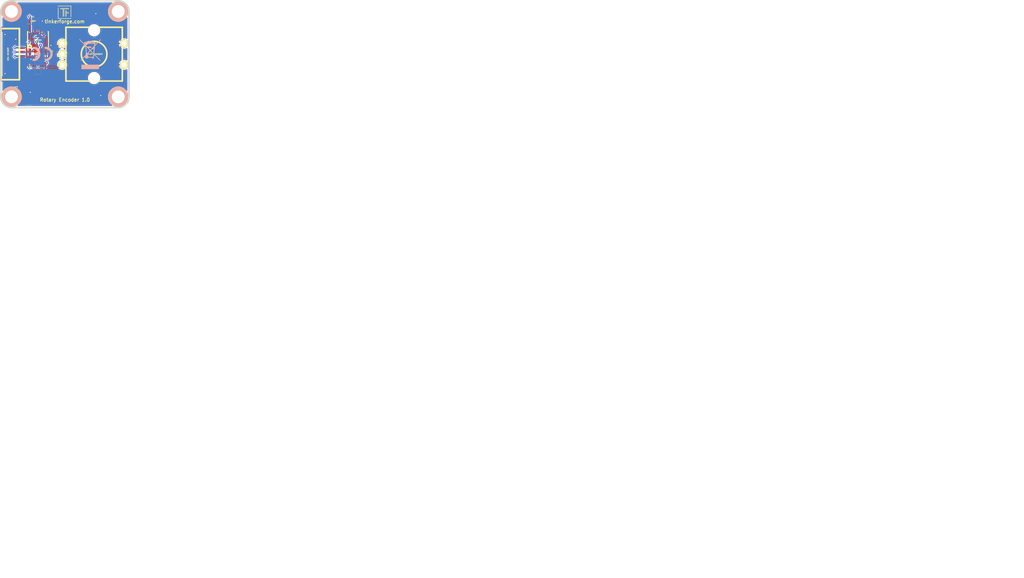
<source format=kicad_pcb>
(kicad_pcb (version 3) (host pcbnew "(2013-05-18 BZR 4017)-stable")
  (title_block (title "Rotary Encoder Bricklet") (rev 1.0) (company "Tinkerforge GmbH") (comment 1 "Licensed under CERN OHL v.1.1") (comment 2 "Copyright (©) 2013, B.Nordmeyer <bastian@tinkerforge.com>"))
  (layers (15 Vorderseite signal) (0 Rückseite signal) (18 B.Paste user) (19 F.Paste user) (20 B.SilkS user) (21 F.SilkS user) (22 B.Mask user) (23 F.Mask user) (28 Edge.Cuts user))
  (net 0 "")
  (net 1 GND)
  (net 2 N-0000011)
  (net 3 N-0000012)
  (net 4 N-000002)
  (net 5 N-000005)
  (net 6 N-000006)
  (net 7 N-000007)
  (net 8 VCC)
  (module SOIC8 (layer Vorderseite) (at 51.6 39)
    (fp_text reference U1 (at 3.29946 2.60096) (layer F.SilkS) (effects (font (size 0.29972 0.29972) (thickness 0.0762))))
    (fp_text value M24C64 (at 0 0) (layer F.SilkS) (effects (font (size 0.29972 0.29972) (thickness 0.0762))))
    (pad 1 smd rect (at -1.90246 2.69748 180) (size 0.59944 1.5494) (layers Vorderseite F.Paste F.Mask) (net 1 GND))
    (pad 2 smd rect (at -0.63246 2.69748 180) (size 0.59944 1.5494) (layers Vorderseite F.Paste F.Mask) (net 1 GND))
    (pad 3 smd rect (at 0.63246 2.69748 180) (size 0.59944 1.5494) (layers Vorderseite F.Paste F.Mask) (net 4 N-000002))
    (pad 4 smd rect (at 1.90246 2.69748 180) (size 0.59944 1.5494) (layers Vorderseite F.Paste F.Mask) (net 1 GND))
    (pad 5 smd rect (at 1.90246 -2.69748) (size 0.59944 1.5494) (layers Vorderseite F.Paste F.Mask) (net 3 N-0000012))
    (pad 6 smd rect (at 0.63246 -2.69748) (size 0.59944 1.5494) (layers Vorderseite F.Paste F.Mask) (net 2 N-0000011))
    (pad 7 smd rect (at -0.63246 -2.69748) (size 0.59944 1.5494) (layers Vorderseite F.Paste F.Mask))
    (pad 8 smd rect (at -1.90246 -2.69748) (size 0.59944 1.5494) (layers Vorderseite F.Paste F.Mask) (net 8 VCC))
  )
  (module DRILL_NP (layer Vorderseite) (at 70.4 32.3)
    (fp_text reference U3 hide)
    (fp_text value DRILL hide)
    (pad "" thru_hole circle (at 0 0) (size 2.99974 2.99974) (drill 2.99974) (layers *.Cu *.SilkS *.Mask) (clearance 0.89916))
  )
  (module DRILL_NP (layer Vorderseite) (at 45.4 52.3)
    (fp_text reference U4 hide)
    (fp_text value DRILL hide)
    (pad "" thru_hole circle (at 0 0) (size 2.99974 2.99974) (drill 2.99974) (layers *.Cu *.SilkS *.Mask) (clearance 0.89916))
  )
  (module DRILL_NP (layer Vorderseite) (at 45.4 32.3)
    (fp_text reference U6 hide)
    (fp_text value DRILL hide)
    (pad "" thru_hole circle (at 0 0) (size 2.99974 2.99974) (drill 2.99974) (layers *.Cu *.SilkS *.Mask) (clearance 0.89916))
  )
  (module CON-SENSOR (layer Vorderseite) (at 43 42.3 270)
    (fp_text reference P1 (at 7.9502 -3.50012 270) (layer F.SilkS) (effects (font (size 0.59944 0.59944) (thickness 0.12446))))
    (fp_text value CON-SENSOR (at 0 -1.6002 270) (layer F.SilkS) (effects (font (size 0.29972 0.29972) (thickness 0.07112))))
    (pad 1 smd rect (at -4.50088 -4.7752 270) (size 0.59944 1.5494) (layers Vorderseite F.Paste F.Mask))
    (pad 2 smd rect (at -3.50012 -4.7752 270) (size 0.59944 1.5494) (layers Vorderseite F.Paste F.Mask) (net 1 GND))
    (pad 3 smd rect (at -2.49936 -4.7752 270) (size 0.59944 1.5494) (layers Vorderseite F.Paste F.Mask) (net 8 VCC))
    (pad 4 smd rect (at -1.50114 -4.7752 270) (size 0.59944 1.5494) (layers Vorderseite F.Paste F.Mask) (net 2 N-0000011))
    (pad 5 smd rect (at -0.50038 -4.7752 270) (size 0.59944 1.5494) (layers Vorderseite F.Paste F.Mask) (net 3 N-0000012))
    (pad 6 smd rect (at 0.50038 -4.7752 270) (size 0.59944 1.5494) (layers Vorderseite F.Paste F.Mask) (net 4 N-000002))
    (pad 7 smd rect (at 1.50114 -4.7752 270) (size 0.59944 1.5494) (layers Vorderseite F.Paste F.Mask) (net 7 N-000007))
    (pad 8 smd rect (at 2.49936 -4.7752 270) (size 0.59944 1.5494) (layers Vorderseite F.Paste F.Mask) (net 6 N-000006))
    (pad 9 smd rect (at 3.50012 -4.7752 270) (size 0.59944 1.5494) (layers Vorderseite F.Paste F.Mask) (net 5 N-000005))
    (pad 10 smd rect (at 4.50088 -4.7752 270) (size 0.59944 1.5494) (layers Vorderseite F.Paste F.Mask))
    (pad EP smd rect (at -5.79882 -0.89916 270) (size 1.19888 1.80086) (layers Vorderseite F.Paste F.Mask) (net 1 GND))
    (pad EP smd rect (at 5.79882 -0.89916 270) (size 1.19888 1.80086) (layers Vorderseite F.Paste F.Mask) (net 1 GND))
  )
  (module 0603 (layer Vorderseite) (at 50.5 34.55)
    (fp_text reference C1 (at 0 -1.00076) (layer F.SilkS) (effects (font (size 0.29972 0.29972) (thickness 0.0762))))
    (fp_text value 100nF (at 0 0) (layer F.SilkS) (effects (font (size 0.29972 0.29972) (thickness 0.0762))))
    (pad 1 smd rect (at -0.8001 0) (size 0.8001 0.8001) (layers Vorderseite F.Paste F.Mask) (net 8 VCC))
    (pad 2 smd rect (at 0.8001 0) (size 0.8001 0.8001) (layers Vorderseite F.Paste F.Mask) (net 1 GND))
  )
  (module DRILL_NP (layer Vorderseite) (at 70.4 52.3)
    (fp_text reference U5 hide)
    (fp_text value DRILL hide)
    (pad "" thru_hole circle (at 0 0) (size 2.99974 2.99974) (drill 2.99974) (layers *.Cu *.SilkS *.Mask) (clearance 0.89916))
  )
  (module 4X0603 (layer Vorderseite) (at 51.6 45.4 90)
    (fp_text reference RP1 (at 0 -1.6002 90) (layer F.SilkS) (effects (font (size 0.29972 0.29972) (thickness 0.0762))))
    (fp_text value 10k (at 0 0 90) (layer F.SilkS) (effects (font (size 0.29972 0.29972) (thickness 0.0762))))
    (pad 1 smd rect (at -1.19888 -0.8509 90) (size 0.44958 0.89916) (layers Vorderseite F.Paste F.Mask) (net 5 N-000005))
    (pad 2 smd rect (at -0.39878 -0.8509 90) (size 0.44958 0.89916) (layers Vorderseite F.Paste F.Mask))
    (pad 3 smd rect (at 0.39878 -0.8509 90) (size 0.44958 0.89916) (layers Vorderseite F.Paste F.Mask) (net 6 N-000006))
    (pad 4 smd rect (at 1.19888 -0.8509 90) (size 0.44958 0.89916) (layers Vorderseite F.Paste F.Mask) (net 7 N-000007))
    (pad 5 smd rect (at 1.19888 0.8509 90) (size 0.44958 0.89916) (layers Vorderseite F.Paste F.Mask) (net 8 VCC))
    (pad 6 smd rect (at 0.39878 0.8509 90) (size 0.44958 0.89916) (layers Vorderseite F.Paste F.Mask) (net 8 VCC))
    (pad 7 smd rect (at -0.39878 0.8509 90) (size 0.44958 0.89916) (layers Vorderseite F.Paste F.Mask) (net 8 VCC))
    (pad 8 smd rect (at -1.19888 0.8509 90) (size 0.44958 0.89916) (layers Vorderseite F.Paste F.Mask) (net 8 VCC))
  )
  (module Logo_31x31 (layer Vorderseite) (at 56.25 30.9)
    (fp_text reference G*** hide)
    (fp_text value Logo_31x31 hide)
  )
  (module Fiducial_Mark (layer Vorderseite) (at 49.4 53.3)
    (fp_text reference Fiducial_Mark hide)
    (fp_text value VAL** hide)
    (pad 1 smd circle (at 0 0) (size 1.00076 1.00076) (layers Vorderseite F.Mask) (clearance 0.65024))
  )
  (module Fiducial_Mark (layer Vorderseite) (at 66.4 31.3)
    (fp_text reference Fiducial_Mark hide)
    (fp_text value VAL** hide)
    (pad 1 smd circle (at 0 0) (size 1.00076 1.00076) (layers Vorderseite F.Mask) (clearance 0.65024))
  )
  (module WEEE_7mm (layer Rückseite) (at 63.8 42.3)
    (fp_text reference VAL hide)
    (fp_text value WEEE_7mm hide)
  )
  (module CE_5mm (layer Rückseite) (at 52.65 42.25 180)
    (fp_text reference VAL hide)
    (fp_text value CE_5mm hide)
  )
  (module ROTARY_ENCODER (layer Vorderseite) (at 64.75 42.3 180)
    (fp_text reference U2 (at 0.15 1.35 180) (layer F.SilkS) (effects (font (size 0.3 0.3) (thickness 0.075))))
    (fp_text value ROTARY_ENCODER (at 0 0 180) (layer F.SilkS) (effects (font (size 0.3 0.3) (thickness 0.075))))
    (pad A thru_hole circle (at 7.5 2.5 180) (size 2 2) (drill 1.1) (layers *.Cu *.Mask F.SilkS) (net 7 N-000007))
    (pad C thru_hole circle (at 7.5 0 180) (size 2 2) (drill 1.1) (layers *.Cu *.Mask F.SilkS) (net 1 GND))
    (pad B thru_hole circle (at 7.5 -2.5 180) (size 2 2) (drill 1.1) (layers *.Cu *.Mask F.SilkS) (net 6 N-000006))
    (pad SW1 thru_hole circle (at -7 -2.5 180) (size 2 2) (drill 1.1) (layers *.Cu *.Mask F.SilkS) (net 5 N-000005))
    (pad SW2 thru_hole circle (at -7 2.5 180) (size 2 2) (drill 1.1) (layers *.Cu *.Mask F.SilkS) (net 1 GND))
    (pad "" np_thru_hole circle (at 0 5.6 180) (size 2.5 2.5) (drill 2.5) (layers *.Cu *.Mask F.SilkS))
    (pad "" np_thru_hole circle (at 0 -5.6 180) (size 2.5 2.5) (drill 2.5) (layers *.Cu *.Mask F.SilkS))
  )
  (gr_line (start 70.45 54.8) (end 45.4 54.8) (angle 90) (layer Edge.Cuts) (width 0.381))
  (gr_arc (start 70.4 52.3) (end 72.9 52.25) (angle 90) (layer Edge.Cuts) (width 0.381))
  (gr_line (start 70.4 29.8) (end 45.4 29.8) (angle 90) (layer Edge.Cuts) (width 0.381))
  (gr_arc (start 70.4 32.3) (end 70.4 29.8) (angle 90) (layer Edge.Cuts) (width 0.381))
  (gr_text "Rotary Encoder 1.0" (at 57.9 53) (layer F.SilkS) (effects (font (size 0.8 0.8))))
  (gr_text tinkerforge.com (at 57.85 34.65) (layer F.SilkS) (effects (font (size 0.8 0.8))))
  (gr_line (start 72.9 52.25) (end 72.9 32.25) (angle 90) (layer Edge.Cuts) (width 0.381))
  (gr_line (start 42.9 32.3) (end 42.9 52.3) (angle 90) (layer Edge.Cuts) (width 0.381))
  (gr_arc (start 45.4 32.3) (end 42.9 32.3) (angle 90) (layer Edge.Cuts) (width 0.381))
  (gr_arc (start 45.4 52.3) (end 45.4 54.8) (angle 90) (layer Edge.Cuts) (width 0.381))
  (segment (start 52.6 34.55) (end 54.35 32.8) (width 0.29972) (layer Vorderseite) (net 1))
  (via (at 65.15 32.8) (size 0.70104) (layers Vorderseite Rückseite) (net 1))
  (segment (start 54.35 32.8) (end 65.15 32.8) (width 0.29972) (layer Vorderseite) (net 1))
  (segment (start 57.25 42.3) (end 58.3 42.3) (width 0.29972) (layer Rückseite) (net 1))
  (via (at 49.8 51.25) (size 0.70104) (layers Vorderseite Rückseite) (net 1))
  (segment (start 65.55 51.25) (end 49.8 51.25) (width 0.29972) (layer Vorderseite) (net 1))
  (segment (start 66.3 52) (end 65.55 51.25) (width 0.29972) (layer Vorderseite) (net 1))
  (via (at 66.3 52) (size 0.70104) (layers Vorderseite Rückseite) (net 1))
  (segment (start 61.8 47.5) (end 66.3 52) (width 0.29972) (layer Rückseite) (net 1))
  (segment (start 61.8 45.8) (end 61.8 47.5) (width 0.29972) (layer Rückseite) (net 1))
  (segment (start 58.3 42.3) (end 61.8 45.8) (width 0.29972) (layer Rückseite) (net 1))
  (segment (start 49.69754 41.69748) (end 49.69754 43.24754) (width 0.29972) (layer Vorderseite) (net 1))
  (segment (start 49.69754 43.24754) (end 49.95 43.5) (width 0.29972) (layer Vorderseite) (net 1))
  (segment (start 50.96754 41.69748) (end 50.96754 42.48246) (width 0.29972) (layer Vorderseite) (net 1))
  (via (at 43.9 46.85) (size 0.70104) (layers Vorderseite Rückseite) (net 1))
  (segment (start 46.6 46.85) (end 43.9 46.85) (width 0.29972) (layer Rückseite) (net 1))
  (segment (start 49.95 43.5) (end 46.6 46.85) (width 0.29972) (layer Rückseite) (net 1))
  (via (at 49.95 43.5) (size 0.70104) (layers Vorderseite Rückseite) (net 1))
  (segment (start 50.96754 42.48246) (end 49.95 43.5) (width 0.29972) (layer Vorderseite) (net 1))
  (segment (start 52.6 34.55) (end 52.6 34.3) (width 0.29972) (layer Rückseite) (net 1))
  (segment (start 46.4 35.35) (end 46.4 38.8) (width 0.29972) (layer Rückseite) (net 1))
  (segment (start 49.2 32.55) (end 46.4 35.35) (width 0.29972) (layer Rückseite) (net 1))
  (segment (start 50.85 32.55) (end 49.2 32.55) (width 0.29972) (layer Rückseite) (net 1))
  (segment (start 52.6 34.3) (end 50.85 32.55) (width 0.29972) (layer Rückseite) (net 1))
  (segment (start 54.6 40.25) (end 54.6 36.55) (width 0.29972) (layer Rückseite) (net 1))
  (segment (start 52.6 34.55) (end 51.3001 34.55) (width 0.29972) (layer Vorderseite) (net 1))
  (via (at 52.6 34.55) (size 0.70104) (layers Vorderseite Rückseite) (net 1))
  (segment (start 54.6 36.55) (end 52.6 34.55) (width 0.29972) (layer Rückseite) (net 1))
  (segment (start 53.50246 41.69748) (end 53.50246 41.34754) (width 0.29972) (layer Vorderseite) (net 1))
  (segment (start 56.65 42.3) (end 57.25 42.3) (width 0.29972) (layer Rückseite) (net 1))
  (segment (start 54.6 40.25) (end 56.65 42.3) (width 0.29972) (layer Rückseite) (net 1))
  (via (at 54.6 40.25) (size 0.70104) (layers Vorderseite Rückseite) (net 1))
  (segment (start 53.50246 41.34754) (end 54.6 40.25) (width 0.29972) (layer Vorderseite) (net 1))
  (segment (start 43.9 46.85) (end 43.9 48.09798) (width 0.29972) (layer Vorderseite) (net 1))
  (segment (start 43.9 37.7) (end 43.9 46.85) (width 0.29972) (layer Vorderseite) (net 1))
  (segment (start 43.9 48.09798) (end 43.89916 48.09882) (width 0.29972) (layer Vorderseite) (net 1))
  (segment (start 46.4 38.8) (end 45 38.8) (width 0.29972) (layer Rückseite) (net 1))
  (segment (start 45 38.8) (end 43.9 37.7) (width 0.29972) (layer Rückseite) (net 1))
  (via (at 43.9 37.7) (size 0.70104) (layers Vorderseite Rückseite) (net 1))
  (segment (start 46.40012 38.79988) (end 46.4 38.8) (width 0.29972) (layer Vorderseite) (net 1))
  (segment (start 47.7752 38.79988) (end 46.40012 38.79988) (width 0.29972) (layer Vorderseite) (net 1))
  (via (at 46.4 38.8) (size 0.70104) (layers Vorderseite Rückseite) (net 1))
  (segment (start 43.89916 37.69916) (end 43.89916 36.50118) (width 0.29972) (layer Vorderseite) (net 1))
  (segment (start 43.9 37.7) (end 43.89916 37.69916) (width 0.29972) (layer Vorderseite) (net 1))
  (segment (start 71.75 39.8) (end 67.75 39.8) (width 0.29972) (layer Vorderseite) (net 1))
  (segment (start 65.25 42.3) (end 57.25 42.3) (width 0.29972) (layer Vorderseite) (net 1))
  (segment (start 67.75 39.8) (end 65.25 42.3) (width 0.29972) (layer Vorderseite) (net 1))
  (segment (start 47.7752 40.79886) (end 46.20114 40.79886) (width 0.29972) (layer Vorderseite) (net 2))
  (segment (start 52.23246 37.51754) (end 52.23246 36.30252) (width 0.29972) (layer Vorderseite) (net 2))
  (segment (start 51.65 38.1) (end 52.23246 37.51754) (width 0.29972) (layer Vorderseite) (net 2))
  (segment (start 51.4 38.1) (end 51.65 38.1) (width 0.29972) (layer Vorderseite) (net 2))
  (segment (start 51.15 38.35) (end 51.4 38.1) (width 0.29972) (layer Vorderseite) (net 2))
  (via (at 51.15 38.35) (size 0.70104) (layers Vorderseite Rückseite) (net 2))
  (segment (start 50.35 39.15) (end 51.15 38.35) (width 0.29972) (layer Rückseite) (net 2))
  (segment (start 50.35 39.9) (end 50.35 39.15) (width 0.29972) (layer Rückseite) (net 2))
  (segment (start 49.5 40.75) (end 50.35 39.9) (width 0.29972) (layer Rückseite) (net 2))
  (segment (start 46.25 40.75) (end 49.5 40.75) (width 0.29972) (layer Rückseite) (net 2))
  (segment (start 46.2 40.8) (end 46.25 40.75) (width 0.29972) (layer Rückseite) (net 2))
  (via (at 46.2 40.8) (size 0.70104) (layers Vorderseite Rückseite) (net 2))
  (segment (start 46.20114 40.79886) (end 46.2 40.8) (width 0.29972) (layer Vorderseite) (net 2))
  (segment (start 51.3 39.45) (end 52.2 38.55) (width 0.29972) (layer Vorderseite) (net 3))
  (segment (start 53.50246 37.49754) (end 53.50246 36.30252) (width 0.29972) (layer Vorderseite) (net 3))
  (segment (start 52.45 38.55) (end 53.50246 37.49754) (width 0.29972) (layer Vorderseite) (net 3))
  (segment (start 52.2 38.55) (end 52.45 38.55) (width 0.29972) (layer Vorderseite) (net 3))
  (segment (start 47.7752 41.79962) (end 46.20038 41.79962) (width 0.29972) (layer Vorderseite) (net 3))
  (via (at 51.3 39.45) (size 0.70104) (layers Vorderseite Rückseite) (net 3))
  (segment (start 51.3 40.45) (end 51.3 39.45) (width 0.29972) (layer Rückseite) (net 3))
  (segment (start 49.9 41.85) (end 51.3 40.45) (width 0.29972) (layer Rückseite) (net 3))
  (segment (start 46.25 41.85) (end 49.9 41.85) (width 0.29972) (layer Rückseite) (net 3))
  (segment (start 46.2 41.8) (end 46.25 41.85) (width 0.29972) (layer Rückseite) (net 3))
  (via (at 46.2 41.8) (size 0.70104) (layers Vorderseite Rückseite) (net 3))
  (segment (start 46.20038 41.79962) (end 46.2 41.8) (width 0.29972) (layer Vorderseite) (net 3))
  (segment (start 47.7752 42.80038) (end 46.20038 42.80038) (width 0.29972) (layer Vorderseite) (net 4))
  (segment (start 52.23246 40.23246) (end 52.23246 41.69748) (width 0.29972) (layer Vorderseite) (net 4))
  (segment (start 52.2 40.2) (end 52.23246 40.23246) (width 0.29972) (layer Vorderseite) (net 4))
  (via (at 52.2 40.2) (size 0.70104) (layers Vorderseite Rückseite) (net 4))
  (segment (start 52.2 41.55) (end 52.2 40.2) (width 0.29972) (layer Rückseite) (net 4))
  (segment (start 51 42.75) (end 52.2 41.55) (width 0.29972) (layer Rückseite) (net 4))
  (segment (start 46.25 42.75) (end 51 42.75) (width 0.29972) (layer Rückseite) (net 4))
  (segment (start 46.2 42.8) (end 46.25 42.75) (width 0.29972) (layer Rückseite) (net 4))
  (via (at 46.2 42.8) (size 0.70104) (layers Vorderseite Rückseite) (net 4))
  (segment (start 46.20038 42.80038) (end 46.2 42.8) (width 0.29972) (layer Vorderseite) (net 4))
  (segment (start 50.7491 46.59888) (end 49.69888 46.59888) (width 0.29972) (layer Vorderseite) (net 5))
  (segment (start 48.90012 45.80012) (end 47.7752 45.80012) (width 0.29972) (layer Vorderseite) (net 5))
  (segment (start 49.69888 46.59888) (end 48.90012 45.80012) (width 0.29972) (layer Vorderseite) (net 5))
  (segment (start 71.75 44.8) (end 62.5 44.8) (width 0.29972) (layer Vorderseite) (net 5))
  (segment (start 50.7491 46.7991) (end 50.7491 46.59888) (width 0.29972) (layer Vorderseite) (net 5))
  (segment (start 52 48.05) (end 50.7491 46.7991) (width 0.29972) (layer Vorderseite) (net 5))
  (segment (start 59.25 48.05) (end 52 48.05) (width 0.29972) (layer Vorderseite) (net 5))
  (segment (start 62.5 44.8) (end 59.25 48.05) (width 0.29972) (layer Vorderseite) (net 5))
  (segment (start 47.7752 44.79936) (end 49.14936 44.79936) (width 0.29972) (layer Vorderseite) (net 6))
  (segment (start 49.14936 44.79936) (end 49.65 45.3) (width 0.29972) (layer Vorderseite) (net 6))
  (segment (start 50.7491 45.00122) (end 49.94878 45.00122) (width 0.29972) (layer Vorderseite) (net 6))
  (segment (start 56.7 45.35) (end 57.25 44.8) (width 0.29972) (layer Rückseite) (net 6))
  (segment (start 49.7 45.35) (end 56.7 45.35) (width 0.29972) (layer Rückseite) (net 6))
  (segment (start 49.65 45.3) (end 49.7 45.35) (width 0.29972) (layer Rückseite) (net 6))
  (via (at 49.65 45.3) (size 0.70104) (layers Vorderseite Rückseite) (net 6))
  (segment (start 49.94878 45.00122) (end 49.65 45.3) (width 0.29972) (layer Vorderseite) (net 6))
  (segment (start 57.25 39.8) (end 56.8 39.8) (width 0.29972) (layer Vorderseite) (net 7))
  (segment (start 50.7491 43.6509) (end 50.7491 44.20112) (width 0.29972) (layer Vorderseite) (net 7))
  (segment (start 51.2 43.2) (end 50.7491 43.6509) (width 0.29972) (layer Vorderseite) (net 7))
  (segment (start 54.1 43.2) (end 51.2 43.2) (width 0.29972) (layer Vorderseite) (net 7))
  (segment (start 54.6 42.7) (end 54.1 43.2) (width 0.29972) (layer Vorderseite) (net 7))
  (segment (start 54.6 42) (end 54.6 42.7) (width 0.29972) (layer Vorderseite) (net 7))
  (segment (start 56.8 39.8) (end 54.6 42) (width 0.29972) (layer Vorderseite) (net 7))
  (segment (start 50.7491 44.20112) (end 49.55112 44.20112) (width 0.29972) (layer Vorderseite) (net 7))
  (segment (start 49.15114 43.80114) (end 47.7752 43.80114) (width 0.29972) (layer Vorderseite) (net 7))
  (segment (start 49.55112 44.20112) (end 49.15114 43.80114) (width 0.29972) (layer Vorderseite) (net 7))
  (segment (start 53.4 44.75) (end 53.4 44.55) (width 0.29972) (layer Vorderseite) (net 8))
  (segment (start 53.4 44.55) (end 53.65 44.3) (width 0.29972) (layer Vorderseite) (net 8))
  (segment (start 50.65 37.15) (end 49.85 37.95) (width 0.29972) (layer Rückseite) (net 8))
  (segment (start 52.2 37.15) (end 50.65 37.15) (width 0.29972) (layer Rückseite) (net 8))
  (segment (start 53.55 38.5) (end 52.2 37.15) (width 0.29972) (layer Rückseite) (net 8))
  (segment (start 53.55 44.2) (end 53.55 38.5) (width 0.29972) (layer Rückseite) (net 8))
  (segment (start 53.65 44.3) (end 53.55 44.2) (width 0.29972) (layer Rückseite) (net 8))
  (via (at 53.65 44.3) (size 0.70104) (layers Vorderseite Rückseite) (net 8))
  (segment (start 52.4509 45.79878) (end 53.4 45.79878) (width 0.29972) (layer Vorderseite) (net 8))
  (segment (start 53.3 45.75) (end 53.4 45.75) (width 0.29972) (layer Vorderseite) (net 8))
  (segment (start 53.35122 45.75) (end 53.3 45.75) (width 0.29972) (layer Vorderseite) (net 8))
  (segment (start 53.4 45.79878) (end 53.35122 45.75) (width 0.29972) (layer Vorderseite) (net 8))
  (segment (start 52.4509 45.00122) (end 53.4 45.00122) (width 0.29972) (layer Vorderseite) (net 8))
  (segment (start 53.35 45) (end 53.4 45) (width 0.29972) (layer Vorderseite) (net 8))
  (segment (start 53.39878 45) (end 53.35 45) (width 0.29972) (layer Vorderseite) (net 8))
  (segment (start 53.4 45.00122) (end 53.39878 45) (width 0.29972) (layer Vorderseite) (net 8))
  (segment (start 52.4509 46.59888) (end 53.30112 46.59888) (width 0.29972) (layer Vorderseite) (net 8))
  (segment (start 53.05112 44.20112) (end 52.4509 44.20112) (width 0.29972) (layer Vorderseite) (net 8))
  (segment (start 53.4 44.55) (end 53.05112 44.20112) (width 0.29972) (layer Vorderseite) (net 8))
  (segment (start 53.4 46.5) (end 53.4 45.75) (width 0.29972) (layer Vorderseite) (net 8))
  (segment (start 53.4 45.75) (end 53.4 45) (width 0.29972) (layer Vorderseite) (net 8))
  (segment (start 53.4 45) (end 53.4 44.75) (width 0.29972) (layer Vorderseite) (net 8))
  (segment (start 53.30112 46.59888) (end 53.4 46.5) (width 0.29972) (layer Vorderseite) (net 8))
  (segment (start 49.6999 34.55) (end 49.6999 36.30016) (width 0.29972) (layer Vorderseite) (net 8))
  (segment (start 49.6999 36.30016) (end 49.69754 36.30252) (width 0.29972) (layer Vorderseite) (net 8))
  (segment (start 47.7752 39.80064) (end 49.14936 39.80064) (width 0.29972) (layer Vorderseite) (net 8))
  (segment (start 49.6999 33.5999) (end 49.6999 34.55) (width 0.29972) (layer Vorderseite) (net 8))
  (segment (start 49.65 33.55) (end 49.6999 33.5999) (width 0.29972) (layer Vorderseite) (net 8))
  (via (at 49.65 33.55) (size 0.70104) (layers Vorderseite Rückseite) (net 8))
  (segment (start 49.85 33.75) (end 49.65 33.55) (width 0.29972) (layer Rückseite) (net 8))
  (segment (start 49.85 39.1) (end 49.85 37.95) (width 0.29972) (layer Rückseite) (net 8))
  (segment (start 49.85 37.95) (end 49.85 33.75) (width 0.29972) (layer Rückseite) (net 8))
  (segment (start 49.45 39.5) (end 49.85 39.1) (width 0.29972) (layer Rückseite) (net 8))
  (via (at 49.45 39.5) (size 0.70104) (layers Vorderseite Rückseite) (net 8))
  (segment (start 49.14936 39.80064) (end 49.45 39.5) (width 0.29972) (layer Vorderseite) (net 8))
  (zone (net 1) (net_name GND) (layer Vorderseite) (connect_pads (clearance 0.2)) (min_thickness 0.2) (fill (arc_segments 16) (thermal_gap 0.254) (thermal_bridge_width 0.254))
    (polygon (pts (xy 72.9 54.75) (xy 42.9 54.8) (xy 42.9 29.8) (xy 72.9 29.8)))
  )
  (zone (net 1) (net_name GND) (layer Rückseite) (connect_pads (clearance 0.2)) (min_thickness 0.2) (fill (arc_segments 16) (thermal_gap 0.254) (thermal_bridge_width 0.254))
    (polygon (pts (xy 72.9 29.8) (xy 72.9 54.75) (xy 42.9 54.8) (xy 42.9 29.8)))
  )
)
</source>
